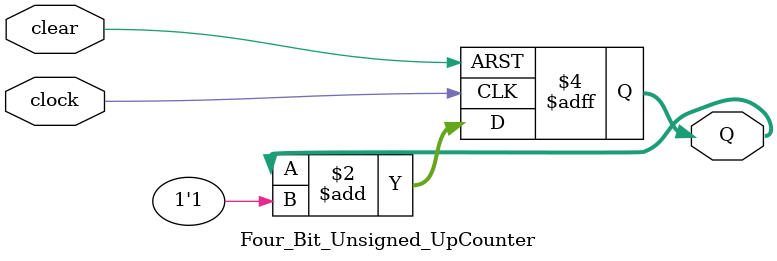
<source format=v>
module Four_Bit_Unsigned_UpCounter(Q, clock, clear);
	
	output [3:0]Q;
	input clock, clear;
	reg [3:0]Q;
	
	initial
		Q <= 4'b0;
	always @(posedge clock or posedge clear)
		if(clear)// || Q == 4'b1111
			Q <= 4'b0;
		
		else
			begin
				Q <= Q + 1'b1;
			end
endmodule

</source>
